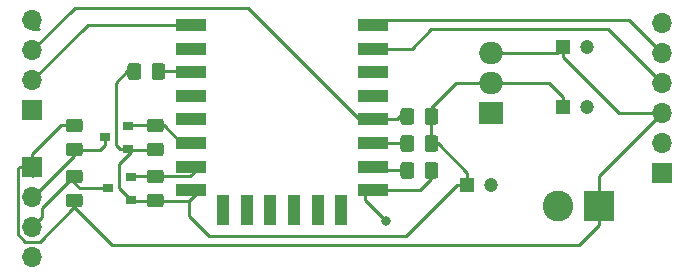
<source format=gbr>
G04 #@! TF.GenerationSoftware,KiCad,Pcbnew,5.1.5+dfsg1-2build2*
G04 #@! TF.CreationDate,2020-08-14T16:11:21+02:00*
G04 #@! TF.ProjectId,carrierboard_aisler,63617272-6965-4726-926f-6172645f6169,1*
G04 #@! TF.SameCoordinates,Original*
G04 #@! TF.FileFunction,Copper,L1,Top*
G04 #@! TF.FilePolarity,Positive*
%FSLAX46Y46*%
G04 Gerber Fmt 4.6, Leading zero omitted, Abs format (unit mm)*
G04 Created by KiCad (PCBNEW 5.1.5+dfsg1-2build2) date 2020-08-14 16:11:21*
%MOMM*%
%LPD*%
G04 APERTURE LIST*
%ADD10O,1.700000X1.700000*%
%ADD11R,1.700000X1.700000*%
%ADD12R,1.100000X2.500000*%
%ADD13R,2.500000X1.100000*%
%ADD14O,2.000000X1.905000*%
%ADD15R,2.000000X1.905000*%
%ADD16C,0.152400*%
%ADD17R,0.900000X0.800000*%
%ADD18C,2.600000*%
%ADD19R,2.600000X2.600000*%
%ADD20C,1.200000*%
%ADD21R,1.200000X1.200000*%
%ADD22C,0.800000*%
%ADD23C,0.250000*%
G04 APERTURE END LIST*
D10*
X150114000Y-94488000D03*
X150114000Y-97028000D03*
X150114000Y-99568000D03*
X150114000Y-102108000D03*
X150114000Y-104648000D03*
D11*
X150114000Y-107188000D03*
D10*
X96774000Y-94234000D03*
X96774000Y-96774000D03*
X96774000Y-99314000D03*
D11*
X96774000Y-101854000D03*
D10*
X96774000Y-114300000D03*
X96774000Y-111760000D03*
X96774000Y-109220000D03*
D11*
X96774000Y-106680000D03*
D12*
X122925199Y-110320000D03*
X120925199Y-110320000D03*
X118925199Y-110320000D03*
X116925199Y-110320000D03*
X114925199Y-110320000D03*
X112925199Y-110320000D03*
D13*
X125635199Y-94620000D03*
X125635199Y-96620000D03*
X125635199Y-98620000D03*
X125635199Y-100620000D03*
X125635199Y-102620000D03*
X125635199Y-104620000D03*
X125635199Y-106620000D03*
X125635199Y-108620000D03*
X110235199Y-108620000D03*
X110235199Y-106620000D03*
X110235199Y-104620000D03*
X110235199Y-102620000D03*
X110235199Y-100620000D03*
X110235199Y-98620000D03*
X110235199Y-96620000D03*
X110235199Y-94620000D03*
D14*
X135636000Y-97028000D03*
X135636000Y-99568000D03*
D15*
X135636000Y-102108000D03*
G04 #@! TA.AperFunction,SMDPad,CuDef*
D16*
G36*
X128864505Y-103949204D02*
G01*
X128888773Y-103952804D01*
X128912572Y-103958765D01*
X128935671Y-103967030D01*
X128957850Y-103977520D01*
X128978893Y-103990132D01*
X128998599Y-104004747D01*
X129016777Y-104021223D01*
X129033253Y-104039401D01*
X129047868Y-104059107D01*
X129060480Y-104080150D01*
X129070970Y-104102329D01*
X129079235Y-104125428D01*
X129085196Y-104149227D01*
X129088796Y-104173495D01*
X129090000Y-104197999D01*
X129090000Y-105098001D01*
X129088796Y-105122505D01*
X129085196Y-105146773D01*
X129079235Y-105170572D01*
X129070970Y-105193671D01*
X129060480Y-105215850D01*
X129047868Y-105236893D01*
X129033253Y-105256599D01*
X129016777Y-105274777D01*
X128998599Y-105291253D01*
X128978893Y-105305868D01*
X128957850Y-105318480D01*
X128935671Y-105328970D01*
X128912572Y-105337235D01*
X128888773Y-105343196D01*
X128864505Y-105346796D01*
X128840001Y-105348000D01*
X128189999Y-105348000D01*
X128165495Y-105346796D01*
X128141227Y-105343196D01*
X128117428Y-105337235D01*
X128094329Y-105328970D01*
X128072150Y-105318480D01*
X128051107Y-105305868D01*
X128031401Y-105291253D01*
X128013223Y-105274777D01*
X127996747Y-105256599D01*
X127982132Y-105236893D01*
X127969520Y-105215850D01*
X127959030Y-105193671D01*
X127950765Y-105170572D01*
X127944804Y-105146773D01*
X127941204Y-105122505D01*
X127940000Y-105098001D01*
X127940000Y-104197999D01*
X127941204Y-104173495D01*
X127944804Y-104149227D01*
X127950765Y-104125428D01*
X127959030Y-104102329D01*
X127969520Y-104080150D01*
X127982132Y-104059107D01*
X127996747Y-104039401D01*
X128013223Y-104021223D01*
X128031401Y-104004747D01*
X128051107Y-103990132D01*
X128072150Y-103977520D01*
X128094329Y-103967030D01*
X128117428Y-103958765D01*
X128141227Y-103952804D01*
X128165495Y-103949204D01*
X128189999Y-103948000D01*
X128840001Y-103948000D01*
X128864505Y-103949204D01*
G37*
G04 #@! TD.AperFunction*
G04 #@! TA.AperFunction,SMDPad,CuDef*
G36*
X130914505Y-103949204D02*
G01*
X130938773Y-103952804D01*
X130962572Y-103958765D01*
X130985671Y-103967030D01*
X131007850Y-103977520D01*
X131028893Y-103990132D01*
X131048599Y-104004747D01*
X131066777Y-104021223D01*
X131083253Y-104039401D01*
X131097868Y-104059107D01*
X131110480Y-104080150D01*
X131120970Y-104102329D01*
X131129235Y-104125428D01*
X131135196Y-104149227D01*
X131138796Y-104173495D01*
X131140000Y-104197999D01*
X131140000Y-105098001D01*
X131138796Y-105122505D01*
X131135196Y-105146773D01*
X131129235Y-105170572D01*
X131120970Y-105193671D01*
X131110480Y-105215850D01*
X131097868Y-105236893D01*
X131083253Y-105256599D01*
X131066777Y-105274777D01*
X131048599Y-105291253D01*
X131028893Y-105305868D01*
X131007850Y-105318480D01*
X130985671Y-105328970D01*
X130962572Y-105337235D01*
X130938773Y-105343196D01*
X130914505Y-105346796D01*
X130890001Y-105348000D01*
X130239999Y-105348000D01*
X130215495Y-105346796D01*
X130191227Y-105343196D01*
X130167428Y-105337235D01*
X130144329Y-105328970D01*
X130122150Y-105318480D01*
X130101107Y-105305868D01*
X130081401Y-105291253D01*
X130063223Y-105274777D01*
X130046747Y-105256599D01*
X130032132Y-105236893D01*
X130019520Y-105215850D01*
X130009030Y-105193671D01*
X130000765Y-105170572D01*
X129994804Y-105146773D01*
X129991204Y-105122505D01*
X129990000Y-105098001D01*
X129990000Y-104197999D01*
X129991204Y-104173495D01*
X129994804Y-104149227D01*
X130000765Y-104125428D01*
X130009030Y-104102329D01*
X130019520Y-104080150D01*
X130032132Y-104059107D01*
X130046747Y-104039401D01*
X130063223Y-104021223D01*
X130081401Y-104004747D01*
X130101107Y-103990132D01*
X130122150Y-103977520D01*
X130144329Y-103967030D01*
X130167428Y-103958765D01*
X130191227Y-103952804D01*
X130215495Y-103949204D01*
X130239999Y-103948000D01*
X130890001Y-103948000D01*
X130914505Y-103949204D01*
G37*
G04 #@! TD.AperFunction*
G04 #@! TA.AperFunction,SMDPad,CuDef*
G36*
X128864505Y-101663204D02*
G01*
X128888773Y-101666804D01*
X128912572Y-101672765D01*
X128935671Y-101681030D01*
X128957850Y-101691520D01*
X128978893Y-101704132D01*
X128998599Y-101718747D01*
X129016777Y-101735223D01*
X129033253Y-101753401D01*
X129047868Y-101773107D01*
X129060480Y-101794150D01*
X129070970Y-101816329D01*
X129079235Y-101839428D01*
X129085196Y-101863227D01*
X129088796Y-101887495D01*
X129090000Y-101911999D01*
X129090000Y-102812001D01*
X129088796Y-102836505D01*
X129085196Y-102860773D01*
X129079235Y-102884572D01*
X129070970Y-102907671D01*
X129060480Y-102929850D01*
X129047868Y-102950893D01*
X129033253Y-102970599D01*
X129016777Y-102988777D01*
X128998599Y-103005253D01*
X128978893Y-103019868D01*
X128957850Y-103032480D01*
X128935671Y-103042970D01*
X128912572Y-103051235D01*
X128888773Y-103057196D01*
X128864505Y-103060796D01*
X128840001Y-103062000D01*
X128189999Y-103062000D01*
X128165495Y-103060796D01*
X128141227Y-103057196D01*
X128117428Y-103051235D01*
X128094329Y-103042970D01*
X128072150Y-103032480D01*
X128051107Y-103019868D01*
X128031401Y-103005253D01*
X128013223Y-102988777D01*
X127996747Y-102970599D01*
X127982132Y-102950893D01*
X127969520Y-102929850D01*
X127959030Y-102907671D01*
X127950765Y-102884572D01*
X127944804Y-102860773D01*
X127941204Y-102836505D01*
X127940000Y-102812001D01*
X127940000Y-101911999D01*
X127941204Y-101887495D01*
X127944804Y-101863227D01*
X127950765Y-101839428D01*
X127959030Y-101816329D01*
X127969520Y-101794150D01*
X127982132Y-101773107D01*
X127996747Y-101753401D01*
X128013223Y-101735223D01*
X128031401Y-101718747D01*
X128051107Y-101704132D01*
X128072150Y-101691520D01*
X128094329Y-101681030D01*
X128117428Y-101672765D01*
X128141227Y-101666804D01*
X128165495Y-101663204D01*
X128189999Y-101662000D01*
X128840001Y-101662000D01*
X128864505Y-101663204D01*
G37*
G04 #@! TD.AperFunction*
G04 #@! TA.AperFunction,SMDPad,CuDef*
G36*
X130914505Y-101663204D02*
G01*
X130938773Y-101666804D01*
X130962572Y-101672765D01*
X130985671Y-101681030D01*
X131007850Y-101691520D01*
X131028893Y-101704132D01*
X131048599Y-101718747D01*
X131066777Y-101735223D01*
X131083253Y-101753401D01*
X131097868Y-101773107D01*
X131110480Y-101794150D01*
X131120970Y-101816329D01*
X131129235Y-101839428D01*
X131135196Y-101863227D01*
X131138796Y-101887495D01*
X131140000Y-101911999D01*
X131140000Y-102812001D01*
X131138796Y-102836505D01*
X131135196Y-102860773D01*
X131129235Y-102884572D01*
X131120970Y-102907671D01*
X131110480Y-102929850D01*
X131097868Y-102950893D01*
X131083253Y-102970599D01*
X131066777Y-102988777D01*
X131048599Y-103005253D01*
X131028893Y-103019868D01*
X131007850Y-103032480D01*
X130985671Y-103042970D01*
X130962572Y-103051235D01*
X130938773Y-103057196D01*
X130914505Y-103060796D01*
X130890001Y-103062000D01*
X130239999Y-103062000D01*
X130215495Y-103060796D01*
X130191227Y-103057196D01*
X130167428Y-103051235D01*
X130144329Y-103042970D01*
X130122150Y-103032480D01*
X130101107Y-103019868D01*
X130081401Y-103005253D01*
X130063223Y-102988777D01*
X130046747Y-102970599D01*
X130032132Y-102950893D01*
X130019520Y-102929850D01*
X130009030Y-102907671D01*
X130000765Y-102884572D01*
X129994804Y-102860773D01*
X129991204Y-102836505D01*
X129990000Y-102812001D01*
X129990000Y-101911999D01*
X129991204Y-101887495D01*
X129994804Y-101863227D01*
X130000765Y-101839428D01*
X130009030Y-101816329D01*
X130019520Y-101794150D01*
X130032132Y-101773107D01*
X130046747Y-101753401D01*
X130063223Y-101735223D01*
X130081401Y-101718747D01*
X130101107Y-101704132D01*
X130122150Y-101691520D01*
X130144329Y-101681030D01*
X130167428Y-101672765D01*
X130191227Y-101666804D01*
X130215495Y-101663204D01*
X130239999Y-101662000D01*
X130890001Y-101662000D01*
X130914505Y-101663204D01*
G37*
G04 #@! TD.AperFunction*
G04 #@! TA.AperFunction,SMDPad,CuDef*
G36*
X130914505Y-106235204D02*
G01*
X130938773Y-106238804D01*
X130962572Y-106244765D01*
X130985671Y-106253030D01*
X131007850Y-106263520D01*
X131028893Y-106276132D01*
X131048599Y-106290747D01*
X131066777Y-106307223D01*
X131083253Y-106325401D01*
X131097868Y-106345107D01*
X131110480Y-106366150D01*
X131120970Y-106388329D01*
X131129235Y-106411428D01*
X131135196Y-106435227D01*
X131138796Y-106459495D01*
X131140000Y-106483999D01*
X131140000Y-107384001D01*
X131138796Y-107408505D01*
X131135196Y-107432773D01*
X131129235Y-107456572D01*
X131120970Y-107479671D01*
X131110480Y-107501850D01*
X131097868Y-107522893D01*
X131083253Y-107542599D01*
X131066777Y-107560777D01*
X131048599Y-107577253D01*
X131028893Y-107591868D01*
X131007850Y-107604480D01*
X130985671Y-107614970D01*
X130962572Y-107623235D01*
X130938773Y-107629196D01*
X130914505Y-107632796D01*
X130890001Y-107634000D01*
X130239999Y-107634000D01*
X130215495Y-107632796D01*
X130191227Y-107629196D01*
X130167428Y-107623235D01*
X130144329Y-107614970D01*
X130122150Y-107604480D01*
X130101107Y-107591868D01*
X130081401Y-107577253D01*
X130063223Y-107560777D01*
X130046747Y-107542599D01*
X130032132Y-107522893D01*
X130019520Y-107501850D01*
X130009030Y-107479671D01*
X130000765Y-107456572D01*
X129994804Y-107432773D01*
X129991204Y-107408505D01*
X129990000Y-107384001D01*
X129990000Y-106483999D01*
X129991204Y-106459495D01*
X129994804Y-106435227D01*
X130000765Y-106411428D01*
X130009030Y-106388329D01*
X130019520Y-106366150D01*
X130032132Y-106345107D01*
X130046747Y-106325401D01*
X130063223Y-106307223D01*
X130081401Y-106290747D01*
X130101107Y-106276132D01*
X130122150Y-106263520D01*
X130144329Y-106253030D01*
X130167428Y-106244765D01*
X130191227Y-106238804D01*
X130215495Y-106235204D01*
X130239999Y-106234000D01*
X130890001Y-106234000D01*
X130914505Y-106235204D01*
G37*
G04 #@! TD.AperFunction*
G04 #@! TA.AperFunction,SMDPad,CuDef*
G36*
X128864505Y-106235204D02*
G01*
X128888773Y-106238804D01*
X128912572Y-106244765D01*
X128935671Y-106253030D01*
X128957850Y-106263520D01*
X128978893Y-106276132D01*
X128998599Y-106290747D01*
X129016777Y-106307223D01*
X129033253Y-106325401D01*
X129047868Y-106345107D01*
X129060480Y-106366150D01*
X129070970Y-106388329D01*
X129079235Y-106411428D01*
X129085196Y-106435227D01*
X129088796Y-106459495D01*
X129090000Y-106483999D01*
X129090000Y-107384001D01*
X129088796Y-107408505D01*
X129085196Y-107432773D01*
X129079235Y-107456572D01*
X129070970Y-107479671D01*
X129060480Y-107501850D01*
X129047868Y-107522893D01*
X129033253Y-107542599D01*
X129016777Y-107560777D01*
X128998599Y-107577253D01*
X128978893Y-107591868D01*
X128957850Y-107604480D01*
X128935671Y-107614970D01*
X128912572Y-107623235D01*
X128888773Y-107629196D01*
X128864505Y-107632796D01*
X128840001Y-107634000D01*
X128189999Y-107634000D01*
X128165495Y-107632796D01*
X128141227Y-107629196D01*
X128117428Y-107623235D01*
X128094329Y-107614970D01*
X128072150Y-107604480D01*
X128051107Y-107591868D01*
X128031401Y-107577253D01*
X128013223Y-107560777D01*
X127996747Y-107542599D01*
X127982132Y-107522893D01*
X127969520Y-107501850D01*
X127959030Y-107479671D01*
X127950765Y-107456572D01*
X127944804Y-107432773D01*
X127941204Y-107408505D01*
X127940000Y-107384001D01*
X127940000Y-106483999D01*
X127941204Y-106459495D01*
X127944804Y-106435227D01*
X127950765Y-106411428D01*
X127959030Y-106388329D01*
X127969520Y-106366150D01*
X127982132Y-106345107D01*
X127996747Y-106325401D01*
X128013223Y-106307223D01*
X128031401Y-106290747D01*
X128051107Y-106276132D01*
X128072150Y-106263520D01*
X128094329Y-106253030D01*
X128117428Y-106244765D01*
X128141227Y-106238804D01*
X128165495Y-106235204D01*
X128189999Y-106234000D01*
X128840001Y-106234000D01*
X128864505Y-106235204D01*
G37*
G04 #@! TD.AperFunction*
G04 #@! TA.AperFunction,SMDPad,CuDef*
G36*
X107800505Y-97853204D02*
G01*
X107824773Y-97856804D01*
X107848572Y-97862765D01*
X107871671Y-97871030D01*
X107893850Y-97881520D01*
X107914893Y-97894132D01*
X107934599Y-97908747D01*
X107952777Y-97925223D01*
X107969253Y-97943401D01*
X107983868Y-97963107D01*
X107996480Y-97984150D01*
X108006970Y-98006329D01*
X108015235Y-98029428D01*
X108021196Y-98053227D01*
X108024796Y-98077495D01*
X108026000Y-98101999D01*
X108026000Y-99002001D01*
X108024796Y-99026505D01*
X108021196Y-99050773D01*
X108015235Y-99074572D01*
X108006970Y-99097671D01*
X107996480Y-99119850D01*
X107983868Y-99140893D01*
X107969253Y-99160599D01*
X107952777Y-99178777D01*
X107934599Y-99195253D01*
X107914893Y-99209868D01*
X107893850Y-99222480D01*
X107871671Y-99232970D01*
X107848572Y-99241235D01*
X107824773Y-99247196D01*
X107800505Y-99250796D01*
X107776001Y-99252000D01*
X107125999Y-99252000D01*
X107101495Y-99250796D01*
X107077227Y-99247196D01*
X107053428Y-99241235D01*
X107030329Y-99232970D01*
X107008150Y-99222480D01*
X106987107Y-99209868D01*
X106967401Y-99195253D01*
X106949223Y-99178777D01*
X106932747Y-99160599D01*
X106918132Y-99140893D01*
X106905520Y-99119850D01*
X106895030Y-99097671D01*
X106886765Y-99074572D01*
X106880804Y-99050773D01*
X106877204Y-99026505D01*
X106876000Y-99002001D01*
X106876000Y-98101999D01*
X106877204Y-98077495D01*
X106880804Y-98053227D01*
X106886765Y-98029428D01*
X106895030Y-98006329D01*
X106905520Y-97984150D01*
X106918132Y-97963107D01*
X106932747Y-97943401D01*
X106949223Y-97925223D01*
X106967401Y-97908747D01*
X106987107Y-97894132D01*
X107008150Y-97881520D01*
X107030329Y-97871030D01*
X107053428Y-97862765D01*
X107077227Y-97856804D01*
X107101495Y-97853204D01*
X107125999Y-97852000D01*
X107776001Y-97852000D01*
X107800505Y-97853204D01*
G37*
G04 #@! TD.AperFunction*
G04 #@! TA.AperFunction,SMDPad,CuDef*
G36*
X105750505Y-97853204D02*
G01*
X105774773Y-97856804D01*
X105798572Y-97862765D01*
X105821671Y-97871030D01*
X105843850Y-97881520D01*
X105864893Y-97894132D01*
X105884599Y-97908747D01*
X105902777Y-97925223D01*
X105919253Y-97943401D01*
X105933868Y-97963107D01*
X105946480Y-97984150D01*
X105956970Y-98006329D01*
X105965235Y-98029428D01*
X105971196Y-98053227D01*
X105974796Y-98077495D01*
X105976000Y-98101999D01*
X105976000Y-99002001D01*
X105974796Y-99026505D01*
X105971196Y-99050773D01*
X105965235Y-99074572D01*
X105956970Y-99097671D01*
X105946480Y-99119850D01*
X105933868Y-99140893D01*
X105919253Y-99160599D01*
X105902777Y-99178777D01*
X105884599Y-99195253D01*
X105864893Y-99209868D01*
X105843850Y-99222480D01*
X105821671Y-99232970D01*
X105798572Y-99241235D01*
X105774773Y-99247196D01*
X105750505Y-99250796D01*
X105726001Y-99252000D01*
X105075999Y-99252000D01*
X105051495Y-99250796D01*
X105027227Y-99247196D01*
X105003428Y-99241235D01*
X104980329Y-99232970D01*
X104958150Y-99222480D01*
X104937107Y-99209868D01*
X104917401Y-99195253D01*
X104899223Y-99178777D01*
X104882747Y-99160599D01*
X104868132Y-99140893D01*
X104855520Y-99119850D01*
X104845030Y-99097671D01*
X104836765Y-99074572D01*
X104830804Y-99050773D01*
X104827204Y-99026505D01*
X104826000Y-99002001D01*
X104826000Y-98101999D01*
X104827204Y-98077495D01*
X104830804Y-98053227D01*
X104836765Y-98029428D01*
X104845030Y-98006329D01*
X104855520Y-97984150D01*
X104868132Y-97963107D01*
X104882747Y-97943401D01*
X104899223Y-97925223D01*
X104917401Y-97908747D01*
X104937107Y-97894132D01*
X104958150Y-97881520D01*
X104980329Y-97871030D01*
X105003428Y-97862765D01*
X105027227Y-97856804D01*
X105051495Y-97853204D01*
X105075999Y-97852000D01*
X105726001Y-97852000D01*
X105750505Y-97853204D01*
G37*
G04 #@! TD.AperFunction*
G04 #@! TA.AperFunction,SMDPad,CuDef*
G36*
X107662505Y-102541204D02*
G01*
X107686773Y-102544804D01*
X107710572Y-102550765D01*
X107733671Y-102559030D01*
X107755850Y-102569520D01*
X107776893Y-102582132D01*
X107796599Y-102596747D01*
X107814777Y-102613223D01*
X107831253Y-102631401D01*
X107845868Y-102651107D01*
X107858480Y-102672150D01*
X107868970Y-102694329D01*
X107877235Y-102717428D01*
X107883196Y-102741227D01*
X107886796Y-102765495D01*
X107888000Y-102789999D01*
X107888000Y-103440001D01*
X107886796Y-103464505D01*
X107883196Y-103488773D01*
X107877235Y-103512572D01*
X107868970Y-103535671D01*
X107858480Y-103557850D01*
X107845868Y-103578893D01*
X107831253Y-103598599D01*
X107814777Y-103616777D01*
X107796599Y-103633253D01*
X107776893Y-103647868D01*
X107755850Y-103660480D01*
X107733671Y-103670970D01*
X107710572Y-103679235D01*
X107686773Y-103685196D01*
X107662505Y-103688796D01*
X107638001Y-103690000D01*
X106737999Y-103690000D01*
X106713495Y-103688796D01*
X106689227Y-103685196D01*
X106665428Y-103679235D01*
X106642329Y-103670970D01*
X106620150Y-103660480D01*
X106599107Y-103647868D01*
X106579401Y-103633253D01*
X106561223Y-103616777D01*
X106544747Y-103598599D01*
X106530132Y-103578893D01*
X106517520Y-103557850D01*
X106507030Y-103535671D01*
X106498765Y-103512572D01*
X106492804Y-103488773D01*
X106489204Y-103464505D01*
X106488000Y-103440001D01*
X106488000Y-102789999D01*
X106489204Y-102765495D01*
X106492804Y-102741227D01*
X106498765Y-102717428D01*
X106507030Y-102694329D01*
X106517520Y-102672150D01*
X106530132Y-102651107D01*
X106544747Y-102631401D01*
X106561223Y-102613223D01*
X106579401Y-102596747D01*
X106599107Y-102582132D01*
X106620150Y-102569520D01*
X106642329Y-102559030D01*
X106665428Y-102550765D01*
X106689227Y-102544804D01*
X106713495Y-102541204D01*
X106737999Y-102540000D01*
X107638001Y-102540000D01*
X107662505Y-102541204D01*
G37*
G04 #@! TD.AperFunction*
G04 #@! TA.AperFunction,SMDPad,CuDef*
G36*
X107662505Y-104591204D02*
G01*
X107686773Y-104594804D01*
X107710572Y-104600765D01*
X107733671Y-104609030D01*
X107755850Y-104619520D01*
X107776893Y-104632132D01*
X107796599Y-104646747D01*
X107814777Y-104663223D01*
X107831253Y-104681401D01*
X107845868Y-104701107D01*
X107858480Y-104722150D01*
X107868970Y-104744329D01*
X107877235Y-104767428D01*
X107883196Y-104791227D01*
X107886796Y-104815495D01*
X107888000Y-104839999D01*
X107888000Y-105490001D01*
X107886796Y-105514505D01*
X107883196Y-105538773D01*
X107877235Y-105562572D01*
X107868970Y-105585671D01*
X107858480Y-105607850D01*
X107845868Y-105628893D01*
X107831253Y-105648599D01*
X107814777Y-105666777D01*
X107796599Y-105683253D01*
X107776893Y-105697868D01*
X107755850Y-105710480D01*
X107733671Y-105720970D01*
X107710572Y-105729235D01*
X107686773Y-105735196D01*
X107662505Y-105738796D01*
X107638001Y-105740000D01*
X106737999Y-105740000D01*
X106713495Y-105738796D01*
X106689227Y-105735196D01*
X106665428Y-105729235D01*
X106642329Y-105720970D01*
X106620150Y-105710480D01*
X106599107Y-105697868D01*
X106579401Y-105683253D01*
X106561223Y-105666777D01*
X106544747Y-105648599D01*
X106530132Y-105628893D01*
X106517520Y-105607850D01*
X106507030Y-105585671D01*
X106498765Y-105562572D01*
X106492804Y-105538773D01*
X106489204Y-105514505D01*
X106488000Y-105490001D01*
X106488000Y-104839999D01*
X106489204Y-104815495D01*
X106492804Y-104791227D01*
X106498765Y-104767428D01*
X106507030Y-104744329D01*
X106517520Y-104722150D01*
X106530132Y-104701107D01*
X106544747Y-104681401D01*
X106561223Y-104663223D01*
X106579401Y-104646747D01*
X106599107Y-104632132D01*
X106620150Y-104619520D01*
X106642329Y-104609030D01*
X106665428Y-104600765D01*
X106689227Y-104594804D01*
X106713495Y-104591204D01*
X106737999Y-104590000D01*
X107638001Y-104590000D01*
X107662505Y-104591204D01*
G37*
G04 #@! TD.AperFunction*
G04 #@! TA.AperFunction,SMDPad,CuDef*
G36*
X100804505Y-104591204D02*
G01*
X100828773Y-104594804D01*
X100852572Y-104600765D01*
X100875671Y-104609030D01*
X100897850Y-104619520D01*
X100918893Y-104632132D01*
X100938599Y-104646747D01*
X100956777Y-104663223D01*
X100973253Y-104681401D01*
X100987868Y-104701107D01*
X101000480Y-104722150D01*
X101010970Y-104744329D01*
X101019235Y-104767428D01*
X101025196Y-104791227D01*
X101028796Y-104815495D01*
X101030000Y-104839999D01*
X101030000Y-105490001D01*
X101028796Y-105514505D01*
X101025196Y-105538773D01*
X101019235Y-105562572D01*
X101010970Y-105585671D01*
X101000480Y-105607850D01*
X100987868Y-105628893D01*
X100973253Y-105648599D01*
X100956777Y-105666777D01*
X100938599Y-105683253D01*
X100918893Y-105697868D01*
X100897850Y-105710480D01*
X100875671Y-105720970D01*
X100852572Y-105729235D01*
X100828773Y-105735196D01*
X100804505Y-105738796D01*
X100780001Y-105740000D01*
X99879999Y-105740000D01*
X99855495Y-105738796D01*
X99831227Y-105735196D01*
X99807428Y-105729235D01*
X99784329Y-105720970D01*
X99762150Y-105710480D01*
X99741107Y-105697868D01*
X99721401Y-105683253D01*
X99703223Y-105666777D01*
X99686747Y-105648599D01*
X99672132Y-105628893D01*
X99659520Y-105607850D01*
X99649030Y-105585671D01*
X99640765Y-105562572D01*
X99634804Y-105538773D01*
X99631204Y-105514505D01*
X99630000Y-105490001D01*
X99630000Y-104839999D01*
X99631204Y-104815495D01*
X99634804Y-104791227D01*
X99640765Y-104767428D01*
X99649030Y-104744329D01*
X99659520Y-104722150D01*
X99672132Y-104701107D01*
X99686747Y-104681401D01*
X99703223Y-104663223D01*
X99721401Y-104646747D01*
X99741107Y-104632132D01*
X99762150Y-104619520D01*
X99784329Y-104609030D01*
X99807428Y-104600765D01*
X99831227Y-104594804D01*
X99855495Y-104591204D01*
X99879999Y-104590000D01*
X100780001Y-104590000D01*
X100804505Y-104591204D01*
G37*
G04 #@! TD.AperFunction*
G04 #@! TA.AperFunction,SMDPad,CuDef*
G36*
X100804505Y-102541204D02*
G01*
X100828773Y-102544804D01*
X100852572Y-102550765D01*
X100875671Y-102559030D01*
X100897850Y-102569520D01*
X100918893Y-102582132D01*
X100938599Y-102596747D01*
X100956777Y-102613223D01*
X100973253Y-102631401D01*
X100987868Y-102651107D01*
X101000480Y-102672150D01*
X101010970Y-102694329D01*
X101019235Y-102717428D01*
X101025196Y-102741227D01*
X101028796Y-102765495D01*
X101030000Y-102789999D01*
X101030000Y-103440001D01*
X101028796Y-103464505D01*
X101025196Y-103488773D01*
X101019235Y-103512572D01*
X101010970Y-103535671D01*
X101000480Y-103557850D01*
X100987868Y-103578893D01*
X100973253Y-103598599D01*
X100956777Y-103616777D01*
X100938599Y-103633253D01*
X100918893Y-103647868D01*
X100897850Y-103660480D01*
X100875671Y-103670970D01*
X100852572Y-103679235D01*
X100828773Y-103685196D01*
X100804505Y-103688796D01*
X100780001Y-103690000D01*
X99879999Y-103690000D01*
X99855495Y-103688796D01*
X99831227Y-103685196D01*
X99807428Y-103679235D01*
X99784329Y-103670970D01*
X99762150Y-103660480D01*
X99741107Y-103647868D01*
X99721401Y-103633253D01*
X99703223Y-103616777D01*
X99686747Y-103598599D01*
X99672132Y-103578893D01*
X99659520Y-103557850D01*
X99649030Y-103535671D01*
X99640765Y-103512572D01*
X99634804Y-103488773D01*
X99631204Y-103464505D01*
X99630000Y-103440001D01*
X99630000Y-102789999D01*
X99631204Y-102765495D01*
X99634804Y-102741227D01*
X99640765Y-102717428D01*
X99649030Y-102694329D01*
X99659520Y-102672150D01*
X99672132Y-102651107D01*
X99686747Y-102631401D01*
X99703223Y-102613223D01*
X99721401Y-102596747D01*
X99741107Y-102582132D01*
X99762150Y-102569520D01*
X99784329Y-102559030D01*
X99807428Y-102550765D01*
X99831227Y-102544804D01*
X99855495Y-102541204D01*
X99879999Y-102540000D01*
X100780001Y-102540000D01*
X100804505Y-102541204D01*
G37*
G04 #@! TD.AperFunction*
G04 #@! TA.AperFunction,SMDPad,CuDef*
G36*
X107662505Y-106859204D02*
G01*
X107686773Y-106862804D01*
X107710572Y-106868765D01*
X107733671Y-106877030D01*
X107755850Y-106887520D01*
X107776893Y-106900132D01*
X107796599Y-106914747D01*
X107814777Y-106931223D01*
X107831253Y-106949401D01*
X107845868Y-106969107D01*
X107858480Y-106990150D01*
X107868970Y-107012329D01*
X107877235Y-107035428D01*
X107883196Y-107059227D01*
X107886796Y-107083495D01*
X107888000Y-107107999D01*
X107888000Y-107758001D01*
X107886796Y-107782505D01*
X107883196Y-107806773D01*
X107877235Y-107830572D01*
X107868970Y-107853671D01*
X107858480Y-107875850D01*
X107845868Y-107896893D01*
X107831253Y-107916599D01*
X107814777Y-107934777D01*
X107796599Y-107951253D01*
X107776893Y-107965868D01*
X107755850Y-107978480D01*
X107733671Y-107988970D01*
X107710572Y-107997235D01*
X107686773Y-108003196D01*
X107662505Y-108006796D01*
X107638001Y-108008000D01*
X106737999Y-108008000D01*
X106713495Y-108006796D01*
X106689227Y-108003196D01*
X106665428Y-107997235D01*
X106642329Y-107988970D01*
X106620150Y-107978480D01*
X106599107Y-107965868D01*
X106579401Y-107951253D01*
X106561223Y-107934777D01*
X106544747Y-107916599D01*
X106530132Y-107896893D01*
X106517520Y-107875850D01*
X106507030Y-107853671D01*
X106498765Y-107830572D01*
X106492804Y-107806773D01*
X106489204Y-107782505D01*
X106488000Y-107758001D01*
X106488000Y-107107999D01*
X106489204Y-107083495D01*
X106492804Y-107059227D01*
X106498765Y-107035428D01*
X106507030Y-107012329D01*
X106517520Y-106990150D01*
X106530132Y-106969107D01*
X106544747Y-106949401D01*
X106561223Y-106931223D01*
X106579401Y-106914747D01*
X106599107Y-106900132D01*
X106620150Y-106887520D01*
X106642329Y-106877030D01*
X106665428Y-106868765D01*
X106689227Y-106862804D01*
X106713495Y-106859204D01*
X106737999Y-106858000D01*
X107638001Y-106858000D01*
X107662505Y-106859204D01*
G37*
G04 #@! TD.AperFunction*
G04 #@! TA.AperFunction,SMDPad,CuDef*
G36*
X107662505Y-108909204D02*
G01*
X107686773Y-108912804D01*
X107710572Y-108918765D01*
X107733671Y-108927030D01*
X107755850Y-108937520D01*
X107776893Y-108950132D01*
X107796599Y-108964747D01*
X107814777Y-108981223D01*
X107831253Y-108999401D01*
X107845868Y-109019107D01*
X107858480Y-109040150D01*
X107868970Y-109062329D01*
X107877235Y-109085428D01*
X107883196Y-109109227D01*
X107886796Y-109133495D01*
X107888000Y-109157999D01*
X107888000Y-109808001D01*
X107886796Y-109832505D01*
X107883196Y-109856773D01*
X107877235Y-109880572D01*
X107868970Y-109903671D01*
X107858480Y-109925850D01*
X107845868Y-109946893D01*
X107831253Y-109966599D01*
X107814777Y-109984777D01*
X107796599Y-110001253D01*
X107776893Y-110015868D01*
X107755850Y-110028480D01*
X107733671Y-110038970D01*
X107710572Y-110047235D01*
X107686773Y-110053196D01*
X107662505Y-110056796D01*
X107638001Y-110058000D01*
X106737999Y-110058000D01*
X106713495Y-110056796D01*
X106689227Y-110053196D01*
X106665428Y-110047235D01*
X106642329Y-110038970D01*
X106620150Y-110028480D01*
X106599107Y-110015868D01*
X106579401Y-110001253D01*
X106561223Y-109984777D01*
X106544747Y-109966599D01*
X106530132Y-109946893D01*
X106517520Y-109925850D01*
X106507030Y-109903671D01*
X106498765Y-109880572D01*
X106492804Y-109856773D01*
X106489204Y-109832505D01*
X106488000Y-109808001D01*
X106488000Y-109157999D01*
X106489204Y-109133495D01*
X106492804Y-109109227D01*
X106498765Y-109085428D01*
X106507030Y-109062329D01*
X106517520Y-109040150D01*
X106530132Y-109019107D01*
X106544747Y-108999401D01*
X106561223Y-108981223D01*
X106579401Y-108964747D01*
X106599107Y-108950132D01*
X106620150Y-108937520D01*
X106642329Y-108927030D01*
X106665428Y-108918765D01*
X106689227Y-108912804D01*
X106713495Y-108909204D01*
X106737999Y-108908000D01*
X107638001Y-108908000D01*
X107662505Y-108909204D01*
G37*
G04 #@! TD.AperFunction*
G04 #@! TA.AperFunction,SMDPad,CuDef*
G36*
X100804505Y-106859204D02*
G01*
X100828773Y-106862804D01*
X100852572Y-106868765D01*
X100875671Y-106877030D01*
X100897850Y-106887520D01*
X100918893Y-106900132D01*
X100938599Y-106914747D01*
X100956777Y-106931223D01*
X100973253Y-106949401D01*
X100987868Y-106969107D01*
X101000480Y-106990150D01*
X101010970Y-107012329D01*
X101019235Y-107035428D01*
X101025196Y-107059227D01*
X101028796Y-107083495D01*
X101030000Y-107107999D01*
X101030000Y-107758001D01*
X101028796Y-107782505D01*
X101025196Y-107806773D01*
X101019235Y-107830572D01*
X101010970Y-107853671D01*
X101000480Y-107875850D01*
X100987868Y-107896893D01*
X100973253Y-107916599D01*
X100956777Y-107934777D01*
X100938599Y-107951253D01*
X100918893Y-107965868D01*
X100897850Y-107978480D01*
X100875671Y-107988970D01*
X100852572Y-107997235D01*
X100828773Y-108003196D01*
X100804505Y-108006796D01*
X100780001Y-108008000D01*
X99879999Y-108008000D01*
X99855495Y-108006796D01*
X99831227Y-108003196D01*
X99807428Y-107997235D01*
X99784329Y-107988970D01*
X99762150Y-107978480D01*
X99741107Y-107965868D01*
X99721401Y-107951253D01*
X99703223Y-107934777D01*
X99686747Y-107916599D01*
X99672132Y-107896893D01*
X99659520Y-107875850D01*
X99649030Y-107853671D01*
X99640765Y-107830572D01*
X99634804Y-107806773D01*
X99631204Y-107782505D01*
X99630000Y-107758001D01*
X99630000Y-107107999D01*
X99631204Y-107083495D01*
X99634804Y-107059227D01*
X99640765Y-107035428D01*
X99649030Y-107012329D01*
X99659520Y-106990150D01*
X99672132Y-106969107D01*
X99686747Y-106949401D01*
X99703223Y-106931223D01*
X99721401Y-106914747D01*
X99741107Y-106900132D01*
X99762150Y-106887520D01*
X99784329Y-106877030D01*
X99807428Y-106868765D01*
X99831227Y-106862804D01*
X99855495Y-106859204D01*
X99879999Y-106858000D01*
X100780001Y-106858000D01*
X100804505Y-106859204D01*
G37*
G04 #@! TD.AperFunction*
G04 #@! TA.AperFunction,SMDPad,CuDef*
G36*
X100804505Y-108909204D02*
G01*
X100828773Y-108912804D01*
X100852572Y-108918765D01*
X100875671Y-108927030D01*
X100897850Y-108937520D01*
X100918893Y-108950132D01*
X100938599Y-108964747D01*
X100956777Y-108981223D01*
X100973253Y-108999401D01*
X100987868Y-109019107D01*
X101000480Y-109040150D01*
X101010970Y-109062329D01*
X101019235Y-109085428D01*
X101025196Y-109109227D01*
X101028796Y-109133495D01*
X101030000Y-109157999D01*
X101030000Y-109808001D01*
X101028796Y-109832505D01*
X101025196Y-109856773D01*
X101019235Y-109880572D01*
X101010970Y-109903671D01*
X101000480Y-109925850D01*
X100987868Y-109946893D01*
X100973253Y-109966599D01*
X100956777Y-109984777D01*
X100938599Y-110001253D01*
X100918893Y-110015868D01*
X100897850Y-110028480D01*
X100875671Y-110038970D01*
X100852572Y-110047235D01*
X100828773Y-110053196D01*
X100804505Y-110056796D01*
X100780001Y-110058000D01*
X99879999Y-110058000D01*
X99855495Y-110056796D01*
X99831227Y-110053196D01*
X99807428Y-110047235D01*
X99784329Y-110038970D01*
X99762150Y-110028480D01*
X99741107Y-110015868D01*
X99721401Y-110001253D01*
X99703223Y-109984777D01*
X99686747Y-109966599D01*
X99672132Y-109946893D01*
X99659520Y-109925850D01*
X99649030Y-109903671D01*
X99640765Y-109880572D01*
X99634804Y-109856773D01*
X99631204Y-109832505D01*
X99630000Y-109808001D01*
X99630000Y-109157999D01*
X99631204Y-109133495D01*
X99634804Y-109109227D01*
X99640765Y-109085428D01*
X99649030Y-109062329D01*
X99659520Y-109040150D01*
X99672132Y-109019107D01*
X99686747Y-108999401D01*
X99703223Y-108981223D01*
X99721401Y-108964747D01*
X99741107Y-108950132D01*
X99762150Y-108937520D01*
X99784329Y-108927030D01*
X99807428Y-108918765D01*
X99831227Y-108912804D01*
X99855495Y-108909204D01*
X99879999Y-108908000D01*
X100780001Y-108908000D01*
X100804505Y-108909204D01*
G37*
G04 #@! TD.AperFunction*
D17*
X102886000Y-104140000D03*
X104886000Y-103190000D03*
X104886000Y-105090000D03*
X103140000Y-108458000D03*
X105140000Y-107508000D03*
X105140000Y-109408000D03*
D18*
X141280000Y-109982000D03*
D19*
X144780000Y-109982000D03*
D20*
X143732000Y-101600000D03*
D21*
X141732000Y-101600000D03*
D20*
X135604000Y-108204000D03*
D21*
X133604000Y-108204000D03*
D20*
X143732000Y-96520000D03*
D21*
X141732000Y-96520000D03*
D22*
X126746000Y-111252000D03*
D23*
X130565000Y-107634000D02*
X130565000Y-106934000D01*
X129579000Y-108620000D02*
X130565000Y-107634000D01*
X124935199Y-108620000D02*
X129579000Y-108620000D01*
X124935199Y-109441199D02*
X126746000Y-111252000D01*
X124935199Y-108620000D02*
X124935199Y-109441199D01*
X97375040Y-94996000D02*
X96774000Y-94996000D01*
X103556000Y-113284000D02*
X100330000Y-110058000D01*
X96797000Y-107433000D02*
X96774000Y-107410000D01*
X144780000Y-107442000D02*
X150114000Y-102108000D01*
X144780000Y-109982000D02*
X144780000Y-107442000D01*
X143028000Y-113284000D02*
X141986000Y-113284000D01*
X144780000Y-111532000D02*
X143028000Y-113284000D01*
X141986000Y-113284000D02*
X103556000Y-113284000D01*
X144780000Y-109982000D02*
X144780000Y-111532000D01*
X141224000Y-97028000D02*
X141732000Y-96520000D01*
X135636000Y-97028000D02*
X141224000Y-97028000D01*
X141732000Y-97370000D02*
X141732000Y-96520000D01*
X146470000Y-102108000D02*
X141732000Y-97370000D01*
X150114000Y-102108000D02*
X146470000Y-102108000D01*
X95674000Y-106680000D02*
X96774000Y-106680000D01*
X96185999Y-112985001D02*
X95548999Y-112348001D01*
X97402999Y-112985001D02*
X96185999Y-112985001D01*
X100330000Y-110058000D02*
X97402999Y-112985001D01*
X95548999Y-106805001D02*
X95674000Y-106680000D01*
X95548999Y-112348001D02*
X95548999Y-106805001D01*
X100330000Y-109483000D02*
X100330000Y-110058000D01*
X99239000Y-103115000D02*
X99630000Y-103115000D01*
X96774000Y-105580000D02*
X99239000Y-103115000D01*
X99630000Y-103115000D02*
X100330000Y-103115000D01*
X96774000Y-106680000D02*
X96774000Y-105580000D01*
X104961000Y-105165000D02*
X104886000Y-105090000D01*
X107188000Y-105165000D02*
X104961000Y-105165000D01*
X105215000Y-109483000D02*
X105140000Y-109408000D01*
X107188000Y-109483000D02*
X105215000Y-109483000D01*
X110072199Y-109483000D02*
X107188000Y-109483000D01*
X110935199Y-108620000D02*
X110072199Y-109483000D01*
X105090000Y-109408000D02*
X104140000Y-108458000D01*
X105140000Y-109408000D02*
X105090000Y-109408000D01*
X104140000Y-108458000D02*
X104140000Y-106426000D01*
X104140000Y-106426000D02*
X105156000Y-105410000D01*
X104886000Y-105140000D02*
X104886000Y-105090000D01*
X105156000Y-105410000D02*
X104886000Y-105140000D01*
X104186000Y-105090000D02*
X103886000Y-104790000D01*
X104886000Y-105090000D02*
X104186000Y-105090000D01*
X104826000Y-98552000D02*
X105401000Y-98552000D01*
X103886000Y-99492000D02*
X104826000Y-98552000D01*
X103886000Y-104790000D02*
X103886000Y-99492000D01*
X130565000Y-102362000D02*
X130565000Y-104648000D01*
X130565000Y-101662000D02*
X130565000Y-102362000D01*
X132659000Y-99568000D02*
X130565000Y-101662000D01*
X135636000Y-99568000D02*
X132659000Y-99568000D01*
X133604000Y-107354000D02*
X133604000Y-108204000D01*
X133604000Y-107112000D02*
X133604000Y-107354000D01*
X131140000Y-104648000D02*
X133604000Y-107112000D01*
X130565000Y-104648000D02*
X131140000Y-104648000D01*
X110072199Y-110834199D02*
X110072199Y-109483000D01*
X111760000Y-112522000D02*
X110072199Y-110834199D01*
X128436000Y-112522000D02*
X111760000Y-112522000D01*
X132754000Y-108204000D02*
X128436000Y-112522000D01*
X133604000Y-108204000D02*
X132754000Y-108204000D01*
X141732000Y-100750000D02*
X141732000Y-101600000D01*
X140550000Y-99568000D02*
X141732000Y-100750000D01*
X135636000Y-99568000D02*
X140550000Y-99568000D01*
X100330000Y-108008000D02*
X100330000Y-107433000D01*
X100780000Y-108458000D02*
X100330000Y-108008000D01*
X103140000Y-108458000D02*
X100780000Y-108458000D01*
X97623999Y-110910001D02*
X96774000Y-111760000D01*
X97623999Y-110139001D02*
X97623999Y-110910001D01*
X100330000Y-107433000D02*
X97623999Y-110139001D01*
X102511000Y-105165000D02*
X101030000Y-105165000D01*
X102886000Y-104790000D02*
X102511000Y-105165000D01*
X101030000Y-105165000D02*
X100330000Y-105165000D01*
X102886000Y-104140000D02*
X102886000Y-104790000D01*
X96850000Y-109220000D02*
X96774000Y-109220000D01*
X100330000Y-105740000D02*
X96850000Y-109220000D01*
X100330000Y-105165000D02*
X100330000Y-105740000D01*
X127682000Y-102620000D02*
X124935199Y-102620000D01*
X127940000Y-102362000D02*
X127682000Y-102620000D01*
X128515000Y-102362000D02*
X127940000Y-102362000D01*
X124464000Y-102620000D02*
X115039999Y-93195999D01*
X124935199Y-102620000D02*
X124464000Y-102620000D01*
X100352001Y-93195999D02*
X96774000Y-96774000D01*
X115039999Y-93195999D02*
X100352001Y-93195999D01*
X109760197Y-94620000D02*
X110935199Y-94620000D01*
X101468000Y-94620000D02*
X96774000Y-99314000D01*
X110935199Y-94620000D02*
X101468000Y-94620000D01*
X125321199Y-94234000D02*
X124935199Y-94620000D01*
X147320000Y-94234000D02*
X125321199Y-94234000D01*
X150114000Y-97028000D02*
X147320000Y-94234000D01*
X150114000Y-99568000D02*
X145542000Y-94996000D01*
X145542000Y-94996000D02*
X130556000Y-94996000D01*
X128932000Y-96620000D02*
X124935199Y-96620000D01*
X130556000Y-94996000D02*
X128932000Y-96620000D01*
X110122199Y-107433000D02*
X107188000Y-107433000D01*
X110935199Y-106620000D02*
X110122199Y-107433000D01*
X105215000Y-107433000D02*
X105140000Y-107508000D01*
X107188000Y-107433000D02*
X105215000Y-107433000D01*
X107888000Y-103115000D02*
X107188000Y-103115000D01*
X109393000Y-104620000D02*
X107888000Y-103115000D01*
X110935199Y-104620000D02*
X109393000Y-104620000D01*
X104961000Y-103115000D02*
X104886000Y-103190000D01*
X107188000Y-103115000D02*
X104961000Y-103115000D01*
X110867199Y-98552000D02*
X107451000Y-98552000D01*
X110935199Y-98620000D02*
X110867199Y-98552000D01*
X124963199Y-104648000D02*
X124935199Y-104620000D01*
X128515000Y-104648000D02*
X124963199Y-104648000D01*
X125249199Y-106934000D02*
X124935199Y-106620000D01*
X128515000Y-106934000D02*
X125249199Y-106934000D01*
M02*

</source>
